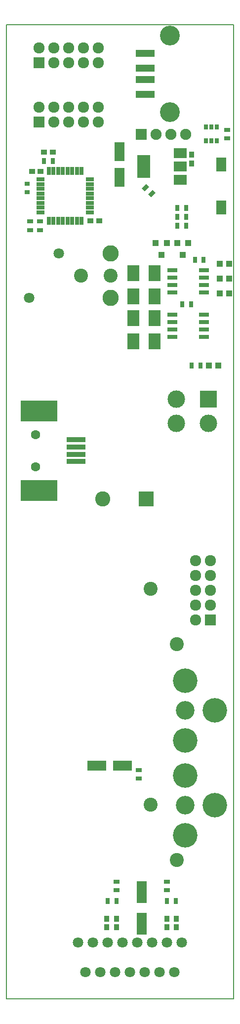
<source format=gbr>
G04 #@! TF.GenerationSoftware,KiCad,Pcbnew,(5.0.0-rc2-dev-311-g1dd4af297)*
G04 #@! TF.CreationDate,2018-06-04T15:35:21+02:00*
G04 #@! TF.ProjectId,resetUSB,72657365745553422E6B696361645F70,1.0*
G04 #@! TF.SameCoordinates,PX6ad8e7cPY2bcdfd4*
G04 #@! TF.FileFunction,Soldermask,Top*
G04 #@! TF.FilePolarity,Negative*
%FSLAX46Y46*%
G04 Gerber Fmt 4.6, Leading zero omitted, Abs format (unit mm)*
G04 Created by KiCad (PCBNEW (5.0.0-rc2-dev-311-g1dd4af297)) date 06/04/18 15:35:21*
%MOMM*%
%LPD*%
G01*
G04 APERTURE LIST*
%ADD10C,0.200000*%
%ADD11C,0.150000*%
%ADD12R,0.700000X1.100000*%
%ADD13R,1.800000X3.700000*%
%ADD14R,1.100000X0.700000*%
%ADD15R,0.950000X1.000000*%
%ADD16C,1.800000*%
%ADD17R,3.200000X1.800000*%
%ADD18R,3.200000X0.900000*%
%ADD19R,6.240000X3.600000*%
%ADD20C,1.600000*%
%ADD21C,2.400000*%
%ADD22R,2.000000X2.700000*%
%ADD23R,1.000000X1.100000*%
%ADD24R,1.750000X0.800000*%
%ADD25O,1.927200X1.927200*%
%ADD26R,1.927200X1.927200*%
%ADD27C,4.200000*%
%ADD28C,3.200000*%
%ADD29R,1.000000X1.000000*%
%ADD30C,3.000000*%
%ADD31R,3.000000X3.000000*%
%ADD32C,2.800000*%
%ADD33R,0.800000X1.400000*%
%ADD34R,1.400000X0.800000*%
%ADD35R,1.000000X0.950000*%
%ADD36R,3.200000X1.200000*%
%ADD37C,3.400000*%
%ADD38C,2.600000*%
%ADD39R,2.600000X2.600000*%
%ADD40R,1.800000X3.200000*%
%ADD41R,2.200000X1.700000*%
%ADD42R,2.200000X4.000000*%
%ADD43R,1.800000X2.380000*%
%ADD44C,0.700000*%
%ADD45C,0.100000*%
%ADD46R,0.900000X0.800000*%
%ADD47O,1.900000X1.900000*%
%ADD48R,1.900000X1.900000*%
%ADD49R,0.710000X0.900000*%
G04 APERTURE END LIST*
D10*
X39000000Y-167000000D02*
X39000000Y0D01*
X0Y-167000000D02*
X39000000Y-167000000D01*
X0Y0D02*
X0Y-167000000D01*
D11*
X39000000Y0D02*
X0Y0D01*
D12*
X29059000Y-150166000D03*
X27559000Y-150166000D03*
D13*
X23232500Y-148696000D03*
X23232500Y-154096000D03*
D14*
X27547000Y-148376000D03*
X27547000Y-146876000D03*
D15*
X18914500Y-153226000D03*
X18914500Y-154726000D03*
X17199000Y-154726000D03*
X17199000Y-153226000D03*
X27547000Y-153214000D03*
X27547000Y-154714000D03*
D14*
X18911000Y-148376000D03*
X18911000Y-146876000D03*
D16*
X12305000Y-157300000D03*
X14845000Y-157300000D03*
X17385000Y-157300000D03*
X19925000Y-157300000D03*
X22465000Y-157300000D03*
X25005000Y-157300000D03*
X27545000Y-157300000D03*
X30085000Y-157300000D03*
X13575000Y-162380000D03*
X16115000Y-162380000D03*
X18655000Y-162380000D03*
X28815000Y-162380000D03*
X26275000Y-162380000D03*
X23735000Y-162380000D03*
X21195000Y-162380000D03*
D15*
X29137000Y-154726000D03*
X29137000Y-153226000D03*
D12*
X17399000Y-150166000D03*
X18899000Y-150166000D03*
D14*
X22693500Y-127740500D03*
X22693500Y-129240500D03*
D17*
X15540500Y-126966500D03*
X19940500Y-126966500D03*
D18*
X12000000Y-74875000D03*
X12000000Y-71125000D03*
X12000000Y-73625000D03*
X12000000Y-72375000D03*
D19*
X5580000Y-79800000D03*
X5580000Y-66200000D03*
D20*
X5000000Y-75750000D03*
X5000000Y-70250000D03*
D21*
X24770000Y-96650000D03*
X29210000Y-106180000D03*
D22*
X21775500Y-42545700D03*
X21775500Y-46545700D03*
X25458500Y-46545700D03*
X25458500Y-42545700D03*
X21775500Y-54292700D03*
X21775500Y-50292700D03*
D23*
X26566000Y-39451500D03*
X25616000Y-37451500D03*
X27516000Y-37451500D03*
X30249000Y-39451500D03*
X29299000Y-37451500D03*
X31199000Y-37451500D03*
D22*
X25458500Y-50292700D03*
X25458500Y-54292700D03*
D24*
X28486200Y-45849100D03*
X28486200Y-44579100D03*
X28486200Y-43309100D03*
X28486200Y-42039100D03*
X33886200Y-42039100D03*
X33886200Y-43309100D03*
X33886200Y-44579100D03*
X33886200Y-45849100D03*
X28486200Y-53469100D03*
X28486200Y-52199100D03*
X28486200Y-50929100D03*
X28486200Y-49659100D03*
X33886200Y-49659100D03*
X33886200Y-50929100D03*
X33886200Y-52199100D03*
X33886200Y-53469100D03*
D12*
X30198500Y-47879000D03*
X31698500Y-47879000D03*
X32320800Y-40309800D03*
X33820800Y-40309800D03*
D25*
X32460000Y-91840000D03*
X35000000Y-91840000D03*
X32460000Y-94380000D03*
X35000000Y-94380000D03*
X32460000Y-96920000D03*
X35000000Y-96920000D03*
X32460000Y-99460000D03*
X35000000Y-99460000D03*
X32460000Y-102000000D03*
D26*
X35000000Y-102000000D03*
D27*
X30658500Y-128705500D03*
X30658500Y-138905500D03*
D28*
X30658500Y-133805500D03*
D27*
X35758500Y-133805500D03*
D29*
X36360000Y-58461500D03*
X34760000Y-58461500D03*
D12*
X33262000Y-58420000D03*
X31762000Y-58420000D03*
D30*
X29158000Y-68361000D03*
X29158000Y-64161000D03*
X34658000Y-68361000D03*
D31*
X34658000Y-64161000D03*
D27*
X30658500Y-112449500D03*
X30658500Y-122649500D03*
D28*
X30658500Y-117549500D03*
D27*
X35758500Y-117549500D03*
D12*
X29309500Y-32939500D03*
X30809500Y-32939500D03*
D16*
X3920000Y-46810000D03*
X9000000Y-39190000D03*
D21*
X12810000Y-43000000D03*
X17890000Y-43000000D03*
D32*
X17890000Y-46810000D03*
X17890000Y-39190000D03*
D33*
X7292772Y-25091143D03*
X8092772Y-25091143D03*
X8892772Y-25091143D03*
X9692772Y-25091143D03*
X10492772Y-25091143D03*
X11292772Y-25091143D03*
X12092772Y-25091143D03*
X12892772Y-25091143D03*
D34*
X14342772Y-26541143D03*
X14342772Y-27341143D03*
X14342772Y-28141143D03*
X14342772Y-28941143D03*
X14342772Y-29741143D03*
X14342772Y-30541143D03*
X14342772Y-31341143D03*
X14342772Y-32141143D03*
D33*
X12892772Y-33591143D03*
X12092772Y-33591143D03*
X11292772Y-33591143D03*
X10492772Y-33591143D03*
X9692772Y-33591143D03*
X8892772Y-33591143D03*
X8092772Y-33591143D03*
X7292772Y-33591143D03*
D34*
X5842772Y-32141143D03*
X5842772Y-31341143D03*
X5842772Y-30541143D03*
X5842772Y-29741143D03*
X5842772Y-28941143D03*
X5842772Y-28141143D03*
X5842772Y-27341143D03*
X5842772Y-26541143D03*
D12*
X7937876Y-23392702D03*
X6437876Y-23392702D03*
D35*
X4403631Y-25120423D03*
X5903631Y-25120423D03*
X7949876Y-21868702D03*
X6449876Y-21868702D03*
D36*
X23833500Y-11923500D03*
X23833500Y-9423500D03*
X23833500Y-4923500D03*
X23833500Y-7423500D03*
D37*
X28043500Y-1853500D03*
X28043500Y-14993500D03*
D38*
X16500000Y-81280000D03*
D39*
X24000000Y-81280000D03*
D21*
X24770000Y-133650000D03*
X29210000Y-143180000D03*
D15*
X31748859Y-22257541D03*
X31748859Y-23757541D03*
D40*
X19380800Y-21742600D03*
X19380800Y-26142600D03*
D41*
X29818859Y-26577541D03*
X29818859Y-21977541D03*
X29818859Y-24277541D03*
D42*
X23518859Y-24277541D03*
D43*
X36856000Y-23951000D03*
X36856000Y-31351000D03*
D35*
X15922627Y-33580956D03*
X14422627Y-33580956D03*
D44*
X23879670Y-27882670D03*
D45*
G36*
X24516066Y-27741249D02*
X23738249Y-28519066D01*
X23243274Y-28024091D01*
X24021091Y-27246274D01*
X24516066Y-27741249D01*
X24516066Y-27741249D01*
G37*
D44*
X24940330Y-28943330D03*
D45*
G36*
X25576726Y-28801909D02*
X24798909Y-29579726D01*
X24303934Y-29084751D01*
X25081751Y-28306934D01*
X25576726Y-28801909D01*
X25576726Y-28801909D01*
G37*
D46*
X3596000Y-28691000D03*
X3596000Y-27291000D03*
D29*
X38225500Y-46020500D03*
X36625500Y-46020500D03*
X38225500Y-43480500D03*
X36625500Y-43480500D03*
X38225500Y-40940500D03*
X36625500Y-40940500D03*
D14*
X37872000Y-19511000D03*
X37872000Y-18011000D03*
D25*
X15774000Y-3989000D03*
X15774000Y-6529000D03*
X13234000Y-3989000D03*
X13234000Y-6529000D03*
X10694000Y-3989000D03*
X10694000Y-6529000D03*
X8154000Y-3989000D03*
X8154000Y-6529000D03*
X5614000Y-3989000D03*
D26*
X5614000Y-6529000D03*
D25*
X15774000Y-14149000D03*
X15774000Y-16689000D03*
X13234000Y-14149000D03*
X13234000Y-16689000D03*
X10694000Y-14149000D03*
X10694000Y-16689000D03*
X8154000Y-14149000D03*
X8154000Y-16689000D03*
X5614000Y-14149000D03*
D26*
X5614000Y-16689000D03*
D47*
X30760000Y-18761000D03*
X28220000Y-18761000D03*
X25680000Y-18761000D03*
D48*
X23140000Y-18761000D03*
D49*
X34216900Y-17564300D03*
X35166900Y-17564300D03*
X36116900Y-17564300D03*
X36116900Y-19884300D03*
X35166900Y-19884300D03*
X34216900Y-19884300D03*
D12*
X29309500Y-34463500D03*
X30809500Y-34463500D03*
X29309500Y-31415500D03*
X30809500Y-31415500D03*
D14*
X4114800Y-33717800D03*
X4114800Y-35217800D03*
X5765800Y-33717800D03*
X5765800Y-35217800D03*
M02*

</source>
